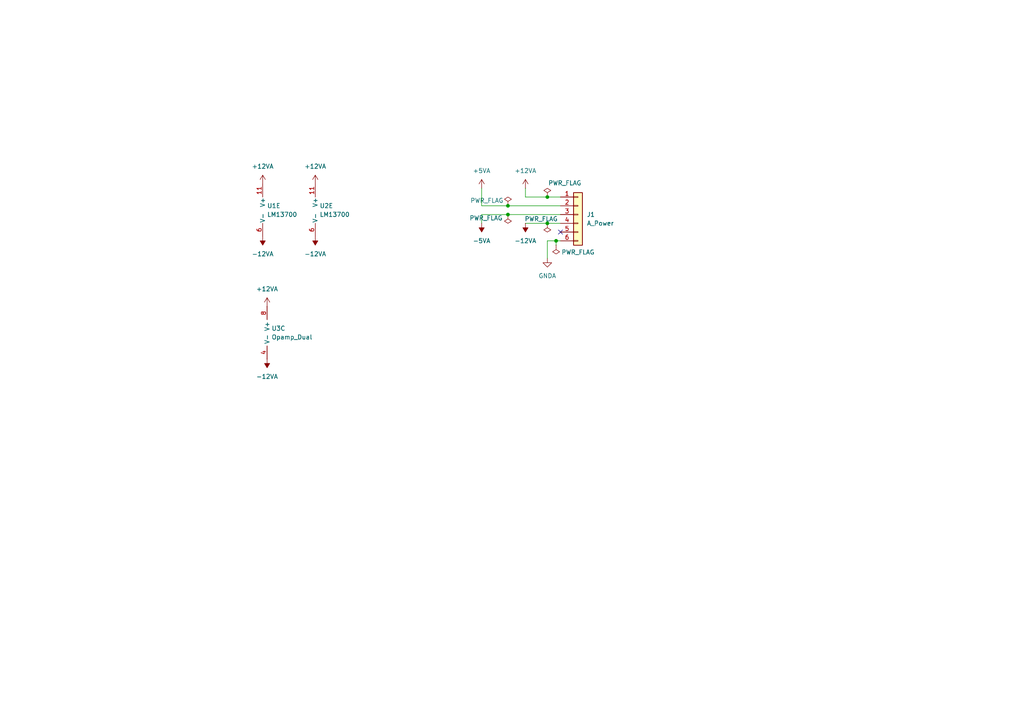
<source format=kicad_sch>
(kicad_sch (version 20250114) (generator "eeschema") (generator_version "9.0")
  (paper "A4")
  (lib_symbols
    (symbol "Amplifier_Operational:LM13700" (pin_names (offset 0.127))
      (property "Reference" "U" (at 3.81 5.08 0))
      (property "Value" "LM13700" (at 5.08 -5.08 0))
      (symbol "LM13700_1_1"
        (polyline (pts (xy 3.81 -0.635) (xy 3.81 -2.54) (xy 5.08 -2.54)))
        (polyline (pts (xy 5.08 0) (xy -5.08 -5.08) (xy -5.08 5.08) (xy 5.08 0)) (stroke (width 0.254)) (fill (type background)))
        (pin input line (at -7.62 2.54 0) (length 2.54) (name "-") (number "13"))
        (pin input line (at -7.62 0 0) (length 2.54) (name "DIODE_BIAS") (number "15"))
        (pin input line (at -7.62 -2.54 0) (length 2.54) (name "+") (number "14"))
        (pin output line (at 7.62 0 180) (length 2.54) (name "~") (number "12"))
        (pin input line (at 7.62 -2.54 180) (length 2.54) (name "~") (number "16"))
      )
      (symbol "LM13700_2_0"
        (polyline (pts (xy -1.905 2.54) (xy -3.175 2.54)))
      )
      (symbol "LM13700_2_1"
        (polyline (pts (xy -3.81 1.27) (xy -3.81 -1.27)))
        (polyline (pts (xy -3.81 0.635) (xy -2.54 1.27) (xy -2.54 1.905) (xy -2.54 2.54)))
        (polyline (pts (xy -3.81 -0.635) (xy -2.54 -1.27)))
        (circle (center -2.54 1.905) (radius 0.254) (stroke (width 0.254)) (fill (type outline)))
        (polyline (pts (xy -2.54 0) (xy -2.54 -2.54)))
        (polyline (pts (xy -2.54 -0.635) (xy -1.27 0) (xy -1.27 1.905) (xy -2.54 1.905)))
        (polyline (pts (xy -2.54 -1.27) (xy -3.175 -0.635) (xy -3.175 -1.27) (xy -2.54 -1.27)) (fill (type outline)))
        (polyline (pts (xy -2.54 -1.905) (xy -1.27 -2.54)))
        (polyline (pts (xy -1.27 -2.54) (xy -1.905 -1.905) (xy -1.905 -2.54) (xy -1.27 -2.54)) (fill (type outline)))
        (text "V+" (at -2.54 3.81 0) (effects (font (size 1.27 1.27))))
        (pin input line (at -7.62 0 0) (length 3.81) (name "~") (number "10"))
        (pin output line (at 2.54 -2.54 180) (length 3.81) (name "~") (number "9"))
      )
      (symbol "LM13700_3_1"
        (polyline (pts (xy 3.81 -0.635) (xy 3.81 -2.54) (xy 5.08 -2.54)))
        (polyline (pts (xy 5.08 0) (xy -5.08 -5.08) (xy -5.08 5.08) (xy 5.08 0)) (stroke (width 0.254)) (fill (type background)))
        (pin input line (at -7.62 2.54 0) (length 2.54) (name "-") (number "4"))
        (pin input line (at -7.62 0 0) (length 2.54) (name "DIODE_BIAS") (number "2"))
        (pin input line (at -7.62 -2.54 0) (length 2.54) (name "+") (number "3"))
        (pin output line (at 7.62 0 180) (length 2.54) (name "~") (number "5"))
        (pin input line (at 7.62 -2.54 180) (length 2.54) (name "~") (number "1"))
      )
      (symbol "LM13700_4_0"
        (polyline (pts (xy -3.175 2.54) (xy -1.905 2.54)))
        (text "V+" (at -2.54 3.81 0) (effects (font (size 1.27 1.27))))
      )
      (symbol "LM13700_4_1"
        (polyline (pts (xy -3.81 1.27) (xy -3.81 -1.27)))
        (polyline (pts (xy -3.81 0.635) (xy -2.54 1.27) (xy -2.54 2.54)))
        (polyline (pts (xy -3.81 -0.635) (xy -2.54 -1.27)))
        (circle (center -2.54 1.905) (radius 0.254) (stroke (width 0.254)) (fill (type outline)))
        (polyline (pts (xy -2.54 0) (xy -2.54 -2.54)))
        (polyline (pts (xy -2.54 -0.635) (xy -1.27 0) (xy -1.27 1.905) (xy -2.54 1.905)))
        (polyline (pts (xy -2.54 -1.27) (xy -3.175 -0.635) (xy -3.175 -1.27) (xy -2.54 -1.27)) (fill (type outline)))
        (polyline (pts (xy -2.54 -1.905) (xy -1.27 -2.54)))
        (polyline (pts (xy -1.27 -2.54) (xy -1.905 -1.905) (xy -1.905 -2.54) (xy -1.27 -2.54)) (fill (type outline)))
        (pin input line (at -7.62 0 0) (length 3.81) (name "~") (number "7"))
        (pin output line (at 2.54 -2.54 180) (length 3.81) (name "~") (number "8"))
      )
      (symbol "LM13700_5_1"
        (pin power_in line (at -2.54 7.62 270) (length 3.81) (name "V+") (number "11"))
        (pin power_in line (at -2.54 -7.62 90) (length 3.81) (name "V-") (number "6"))
      )
    )
    (symbol "Connector_Generic:Conn_01x06" (pin_names (offset 1.016) (hide yes))
      (property "Reference" "J" (at 0 7.62 0))
      (property "Value" "Conn_01x06" (at 0 -10.16 0))
      (symbol "Conn_01x06_1_1"
        (rectangle (start -1.27 6.35) (end 1.27 -8.89) (stroke (width 0.254)) (fill (type background)))
        (rectangle (start -1.27 5.207) (end 0 4.953) (stroke (width 0.1524)))
        (rectangle (start -1.27 2.667) (end 0 2.413) (stroke (width 0.1524)))
        (rectangle (start -1.27 0.127) (end 0 -0.127) (stroke (width 0.1524)))
        (rectangle (start -1.27 -2.413) (end 0 -2.667) (stroke (width 0.1524)))
        (rectangle (start -1.27 -4.953) (end 0 -5.207) (stroke (width 0.1524)))
        (rectangle (start -1.27 -7.493) (end 0 -7.747) (stroke (width 0.1524)))
        (pin passive line (at -5.08 5.08 0) (length 3.81) (name "Pin_1") (number "1"))
        (pin passive line (at -5.08 2.54 0) (length 3.81) (name "Pin_2") (number "2"))
        (pin passive line (at -5.08 0 0) (length 3.81) (name "Pin_3") (number "3"))
        (pin passive line (at -5.08 -2.54 0) (length 3.81) (name "Pin_4") (number "4"))
        (pin passive line (at -5.08 -5.08 0) (length 3.81) (name "Pin_5") (number "5"))
        (pin passive line (at -5.08 -7.62 0) (length 3.81) (name "Pin_6") (number "6"))
      )
    )
    (symbol "Device:Opamp_Dual"
      (property "Reference" "U" (at 0 5.08 0))
      (property "Value" "Opamp_Dual" (at 0 -5.08 0))
      (symbol "Opamp_Dual_1_1"
        (polyline (pts (xy -5.08 5.08) (xy 5.08 0) (xy -5.08 -5.08) (xy -5.08 5.08)) (stroke (width 0.254)) (fill (type background)))
        (pin input line (at -7.62 2.54 0) (length 2.54) (name "+") (number "3"))
        (pin input line (at -7.62 -2.54 0) (length 2.54) (name "-") (number "2"))
        (pin output line (at 7.62 0 180) (length 2.54) (name "~") (number "1"))
      )
      (symbol "Opamp_Dual_2_1"
        (polyline (pts (xy -5.08 5.08) (xy 5.08 0) (xy -5.08 -5.08) (xy -5.08 5.08)) (stroke (width 0.254)) (fill (type background)))
        (pin input line (at -7.62 2.54 0) (length 2.54) (name "+") (number "5"))
        (pin input line (at -7.62 -2.54 0) (length 2.54) (name "-") (number "6"))
        (pin output line (at 7.62 0 180) (length 2.54) (name "~") (number "7"))
      )
      (symbol "Opamp_Dual_3_1"
        (pin power_in line (at -2.54 7.62 270) (length 3.81) (name "V+") (number "8"))
        (pin power_in line (at -2.54 -7.62 90) (length 3.81) (name "V-") (number "4"))
      )
    )
    (symbol "power:+12VA" (power) (pin_numbers (hide yes)) (pin_names (offset 0) (hide yes))
      (property "Value" "+12VA" (at 0 3.556 0))
      (symbol "+12VA_0_1"
        (polyline (pts (xy -0.762 1.27) (xy 0 2.54)))
        (polyline (pts (xy 0 2.54) (xy 0.762 1.27)))
        (polyline (pts (xy 0 0) (xy 0 2.54)))
      )
      (symbol "+12VA_1_1"
        (pin power_in line (at 0 0 90) (length 0) (name "~") (number "1"))
      )
    )
    (symbol "power:+5VA" (power) (pin_numbers (hide yes)) (pin_names (offset 0) (hide yes))
      (property "Value" "+5VA" (at 0 3.556 0))
      (symbol "+5VA_0_1"
        (polyline (pts (xy -0.762 1.27) (xy 0 2.54)))
        (polyline (pts (xy 0 2.54) (xy 0.762 1.27)))
        (polyline (pts (xy 0 0) (xy 0 2.54)))
      )
      (symbol "+5VA_1_1"
        (pin power_in line (at 0 0 90) (length 0) (name "~") (number "1"))
      )
    )
    (symbol "power:-12VA" (power) (pin_numbers (hide yes)) (pin_names (offset 0) (hide yes))
      (property "Value" "-12VA" (at 0 3.556 0))
      (symbol "-12VA_0_0"
        (pin power_in line (at 0 0 90) (length 0) (name "~") (number "1"))
      )
      (symbol "-12VA_0_1"
        (polyline (pts (xy 0 0) (xy 0 1.27) (xy 0.762 1.27) (xy 0 2.54) (xy -0.762 1.27) (xy 0 1.27)) (fill (type outline)))
      )
    )
    (symbol "power:-5VA" (power) (pin_numbers (hide yes)) (pin_names (offset 0) (hide yes))
      (property "Value" "-5VA" (at 0 3.556 0))
      (symbol "-5VA_0_0"
        (pin power_in line (at 0 0 90) (length 0) (name "~") (number "1"))
      )
      (symbol "-5VA_0_1"
        (polyline (pts (xy 0 0) (xy 0 1.27) (xy 0.762 1.27) (xy 0 2.54) (xy -0.762 1.27) (xy 0 1.27)) (fill (type outline)))
      )
    )
    (symbol "power:GNDA" (power) (pin_numbers (hide yes)) (pin_names (offset 0) (hide yes))
      (property "Value" "GNDA" (at 0 -3.81 0))
      (symbol "GNDA_0_1"
        (polyline (pts (xy 0 0) (xy 0 -1.27) (xy 1.27 -1.27) (xy 0 -2.54) (xy -1.27 -1.27) (xy 0 -1.27)))
      )
      (symbol "GNDA_1_1"
        (pin power_in line (at 0 0 270) (length 0) (name "~") (number "1"))
      )
    )
    (symbol "power:PWR_FLAG" (power) (pin_numbers (hide yes)) (pin_names (offset 0) (hide yes))
      (property "Value" "PWR_FLAG" (at 0 3.81 0))
      (symbol "PWR_FLAG_0_0"
        (pin power_out line (at 0 0 90) (length 0) (name "~") (number "1"))
      )
      (symbol "PWR_FLAG_0_1"
        (polyline (pts (xy 0 0) (xy 0 1.27) (xy -1.016 1.905) (xy 0 2.54) (xy 1.016 1.905) (xy 0 1.27)))
      )
    )
  )
  (junction (at 161.29 69.85))
  (junction (at 158.75 64.77))
  (junction (at 147.32 59.69))
  (junction (at 158.75 57.15))
  (junction (at 147.32 62.23))
  (no_connect (at 162.56 67.31))
  (wire (pts (xy 147.32 59.69) (xy 139.7 59.69)))
  (wire (pts (xy 162.56 57.15) (xy 158.75 57.15)))
  (wire (pts (xy 162.56 69.85) (xy 161.29 69.85)))
  (wire (pts (xy 162.56 62.23) (xy 147.32 62.23)))
  (wire (pts (xy 162.56 59.69) (xy 147.32 59.69)))
  (wire (pts (xy 152.4 64.77) (xy 158.75 64.77)))
  (wire (pts (xy 158.75 57.15) (xy 152.4 57.15)))
  (wire (pts (xy 161.29 71.12) (xy 161.29 69.85)))
  (wire (pts (xy 161.29 69.85) (xy 158.75 69.85)))
  (wire (pts (xy 139.7 62.23) (xy 139.7 64.77)))
  (wire (pts (xy 158.75 69.85) (xy 158.75 74.93)))
  (wire (pts (xy 158.75 64.77) (xy 162.56 64.77)))
  (wire (pts (xy 152.4 57.15) (xy 152.4 54.61)))
  (wire (pts (xy 147.32 62.23) (xy 139.7 62.23)))
  (wire (pts (xy 139.7 59.69) (xy 139.7 54.61)))
  (symbol (lib_id "Amplifier_Operational:LM13700") (at 93.98 60.96 0) (unit 5)
    (property "Reference" "U2" (at 92.71 59.6899 0) (effects (justify left)))
    (property "Value" "LM13700" (at 92.71 62.2299 0) (effects (justify left)))
    (property "Footprint" "Package_DIP:DIP-16_W7.62mm_Socket_LongPads" (effects (hide yes)))
    (property "Datasheet" "http://www.ti.com/lit/ds/symlink/lm13700.pdf" (effects (hide yes)))
    (property "Description" "Dual Operational Transconductance Amplifiers with Linearizing Diodes and Buffers, DIP-16/SOIC-16" (effects (hide yes)))
  )
  (symbol (lib_id "power:GNDA") (at 158.75 74.93 0) (unit 1)
    (property "Reference" "#PWR05" (effects (hide yes)))
    (property "Value" "GNDA" (at 158.75 80.01 0))
    (property "Description" "Power symbol creates a global label with name \"GNDA\" , analog ground" (effects (hide yes)))
  )
  (symbol (lib_id "power:+12VA") (at 91.44 53.34 0) (unit 1)
    (property "Reference" "#PWR039" (effects (hide yes)))
    (property "Value" "+12VA" (at 91.44 48.26 0))
    (property "Description" "Power symbol creates a global label with name \"+12VA\"" (effects (hide yes)))
  )
  (symbol (lib_id "power:PWR_FLAG") (at 161.29 71.12 180) (unit 1)
    (property "Reference" "#FLG05" (effects (hide yes)))
    (property "Value" "PWR_FLAG" (at 167.64 73.152 0))
    (property "Description" "Special symbol for telling ERC where power comes from" (effects (hide yes)))
  )
  (symbol (lib_id "power:PWR_FLAG") (at 147.32 62.23 180) (unit 1)
    (property "Reference" "#FLG02" (effects (hide yes)))
    (property "Value" "PWR_FLAG" (at 140.97 63.246 0))
    (property "Description" "Special symbol for telling ERC where power comes from" (effects (hide yes)))
  )
  (symbol (lib_id "power:-5VA") (at 139.7 64.77 180) (unit 1)
    (property "Reference" "#PWR02" (effects (hide yes)))
    (property "Value" "-5VA" (at 139.7 69.85 0))
    (property "Description" "Power symbol creates a global label with name \"-5VA\"" (effects (hide yes)))
  )
  (symbol (lib_id "Device:Opamp_Dual") (at 80.01 96.52 0) (unit 3)
    (property "Reference" "U3" (at 78.74 95.2499 0) (effects (justify left)))
    (property "Value" "Opamp_Dual" (at 78.74 97.7899 0) (effects (justify left)))
    (property "Footprint" "Package_DIP:DIP-8_W7.62mm_Socket_LongPads" (effects (hide yes)))
    (property "Description" "Dual operational amplifier" (effects (hide yes)))
    (property "Sim.Library" "${KICAD9_SYMBOL_DIR}/Simulation_SPICE.sp" (effects (hide yes)))
    (property "Sim.Name" "kicad_builtin_opamp_dual" (effects (hide yes)))
    (property "Sim.Device" "SUBCKT" (effects (hide yes)))
    (property "Sim.Pins" "1=out1 2=in1- 3=in1+ 4=vee 5=in2+ 6=in2- 7=out2 8=vcc" (effects (hide yes)))
  )
  (symbol (lib_id "power:+12VA") (at 76.2 53.34 0) (unit 1)
    (property "Reference" "#PWR043" (effects (hide yes)))
    (property "Value" "+12VA" (at 76.2 48.26 0))
    (property "Description" "Power symbol creates a global label with name \"+12VA\"" (effects (hide yes)))
  )
  (symbol (lib_id "power:PWR_FLAG") (at 147.32 59.69 0) (unit 1)
    (property "Reference" "#FLG01" (effects (hide yes)))
    (property "Value" "PWR_FLAG" (at 141.224 58.166 0))
    (property "Description" "Special symbol for telling ERC where power comes from" (effects (hide yes)))
  )
  (symbol (lib_id "Connector_Generic:Conn_01x06") (at 167.64 62.23 0) (unit 1)
    (property "Reference" "J1" (at 170.18 62.2299 0) (effects (justify left)))
    (property "Value" "A_Power" (at 170.18 64.7699 0) (effects (justify left)))
    (property "Footprint" "Connector_PinHeader_2.54mm:PinHeader_1x06_P2.54mm_Vertical" (effects (hide yes)))
    (property "Description" "Generic connector, single row, 01x06, script generated (kicad-library-utils/schlib/autogen/connector/)" (effects (hide yes)))
  )
  (symbol (lib_id "power:-12VA") (at 91.44 68.58 180) (unit 1)
    (property "Reference" "#PWR042" (effects (hide yes)))
    (property "Value" "-12VA" (at 91.44 73.66 0))
    (property "Description" "Power symbol creates a global label with name \"-12VA\"" (effects (hide yes)))
  )
  (symbol (lib_id "power:+5VA") (at 139.7 54.61 0) (unit 1)
    (property "Reference" "#PWR01" (effects (hide yes)))
    (property "Value" "+5VA" (at 139.7 49.53 0))
    (property "Description" "Power symbol creates a global label with name \"+5VA\"" (effects (hide yes)))
  )
  (symbol (lib_id "power:+12VA") (at 77.47 88.9 0) (unit 1)
    (property "Reference" "#PWR045" (effects (hide yes)))
    (property "Value" "+12VA" (at 77.47 83.82 0))
    (property "Description" "Power symbol creates a global label with name \"+12VA\"" (effects (hide yes)))
  )
  (symbol (lib_id "power:-12VA") (at 152.4 64.77 180) (unit 1)
    (property "Reference" "#PWR04" (effects (hide yes)))
    (property "Value" "-12VA" (at 152.4 69.85 0))
    (property "Description" "Power symbol creates a global label with name \"-12VA\"" (effects (hide yes)))
  )
  (symbol (lib_id "power:PWR_FLAG") (at 158.75 64.77 180) (unit 1)
    (property "Reference" "#FLG04" (effects (hide yes)))
    (property "Value" "PWR_FLAG" (at 156.972 63.5 0))
    (property "Description" "Special symbol for telling ERC where power comes from" (effects (hide yes)))
  )
  (symbol (lib_id "power:PWR_FLAG") (at 158.75 57.15 0) (unit 1)
    (property "Reference" "#FLG03" (effects (hide yes)))
    (property "Value" "PWR_FLAG" (at 163.83 53.086 0))
    (property "Description" "Special symbol for telling ERC where power comes from" (effects (hide yes)))
  )
  (symbol (lib_id "Amplifier_Operational:LM13700") (at 78.74 60.96 0) (unit 5)
    (property "Reference" "U1" (at 77.47 59.6899 0) (effects (justify left)))
    (property "Value" "LM13700" (at 77.47 62.2299 0) (effects (justify left)))
    (property "Footprint" "Package_DIP:DIP-16_W7.62mm_Socket_LongPads" (effects (hide yes)))
    (property "Datasheet" "http://www.ti.com/lit/ds/symlink/lm13700.pdf" (effects (hide yes)))
    (property "Description" "Dual Operational Transconductance Amplifiers with Linearizing Diodes and Buffers, DIP-16/SOIC-16" (effects (hide yes)))
  )
  (symbol (lib_id "power:+12VA") (at 152.4 54.61 0) (unit 1)
    (property "Reference" "#PWR03" (effects (hide yes)))
    (property "Value" "+12VA" (at 152.4 49.53 0))
    (property "Description" "Power symbol creates a global label with name \"+12VA\"" (effects (hide yes)))
  )
  (symbol (lib_id "power:-12VA") (at 76.2 68.58 180) (unit 1)
    (property "Reference" "#PWR044" (effects (hide yes)))
    (property "Value" "-12VA" (at 76.2 73.66 0))
    (property "Description" "Power symbol creates a global label with name \"-12VA\"" (effects (hide yes)))
  )
  (symbol (lib_id "power:-12VA") (at 77.47 104.14 180) (unit 1)
    (property "Reference" "#PWR046" (effects (hide yes)))
    (property "Value" "-12VA" (at 77.47 109.22 0))
    (property "Description" "Power symbol creates a global label with name \"-12VA\"" (effects (hide yes)))
  )
)
</source>
